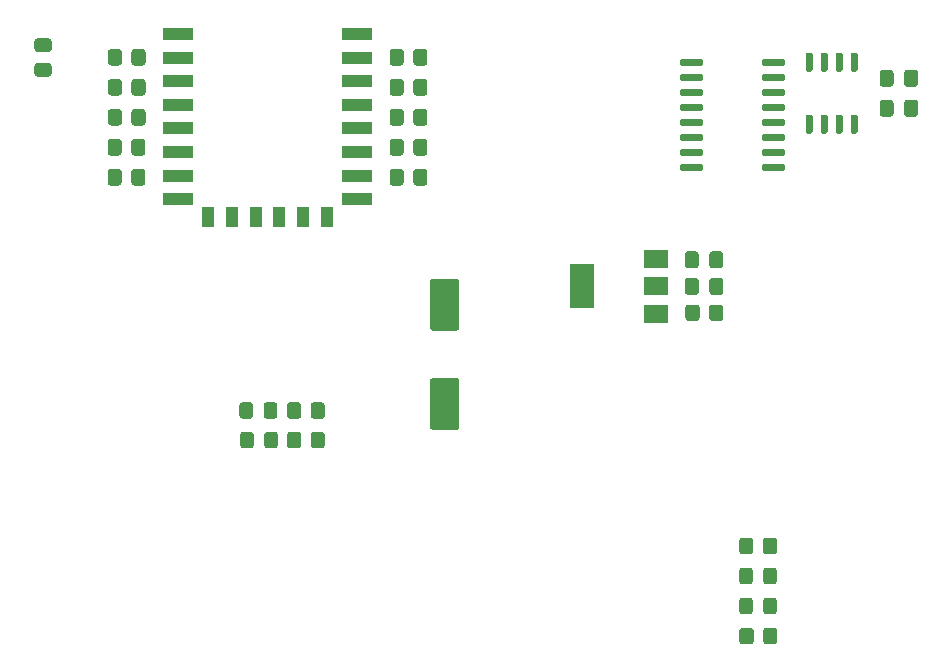
<source format=gbr>
%TF.GenerationSoftware,KiCad,Pcbnew,(5.1.10)-1*%
%TF.CreationDate,2021-05-24T15:00:52+02:00*%
%TF.ProjectId,LakeTemp,4c616b65-5465-46d7-902e-6b696361645f,v1.0*%
%TF.SameCoordinates,Original*%
%TF.FileFunction,Paste,Top*%
%TF.FilePolarity,Positive*%
%FSLAX46Y46*%
G04 Gerber Fmt 4.6, Leading zero omitted, Abs format (unit mm)*
G04 Created by KiCad (PCBNEW (5.1.10)-1) date 2021-05-24 15:00:52*
%MOMM*%
%LPD*%
G01*
G04 APERTURE LIST*
%ADD10R,2.000000X1.500000*%
%ADD11R,2.000000X3.800000*%
%ADD12R,2.500000X1.000000*%
%ADD13R,1.000000X1.800000*%
G04 APERTURE END LIST*
%TO.C,C6*%
G36*
G01*
X153510000Y-92000000D02*
X155510000Y-92000000D01*
G75*
G02*
X155760000Y-92250000I0J-250000D01*
G01*
X155760000Y-96150000D01*
G75*
G02*
X155510000Y-96400000I-250000J0D01*
G01*
X153510000Y-96400000D01*
G75*
G02*
X153260000Y-96150000I0J250000D01*
G01*
X153260000Y-92250000D01*
G75*
G02*
X153510000Y-92000000I250000J0D01*
G01*
G37*
G36*
G01*
X153510000Y-83600000D02*
X155510000Y-83600000D01*
G75*
G02*
X155760000Y-83850000I0J-250000D01*
G01*
X155760000Y-87750000D01*
G75*
G02*
X155510000Y-88000000I-250000J0D01*
G01*
X153510000Y-88000000D01*
G75*
G02*
X153260000Y-87750000I0J250000D01*
G01*
X153260000Y-83850000D01*
G75*
G02*
X153510000Y-83600000I250000J0D01*
G01*
G37*
%TD*%
%TO.C,R3*%
G36*
G01*
X181452000Y-106676001D02*
X181452000Y-105775999D01*
G75*
G02*
X181701999Y-105526000I249999J0D01*
G01*
X182402001Y-105526000D01*
G75*
G02*
X182652000Y-105775999I0J-249999D01*
G01*
X182652000Y-106676001D01*
G75*
G02*
X182402001Y-106926000I-249999J0D01*
G01*
X181701999Y-106926000D01*
G75*
G02*
X181452000Y-106676001I0J249999D01*
G01*
G37*
G36*
G01*
X179452000Y-106676001D02*
X179452000Y-105775999D01*
G75*
G02*
X179701999Y-105526000I249999J0D01*
G01*
X180402001Y-105526000D01*
G75*
G02*
X180652000Y-105775999I0J-249999D01*
G01*
X180652000Y-106676001D01*
G75*
G02*
X180402001Y-106926000I-249999J0D01*
G01*
X179701999Y-106926000D01*
G75*
G02*
X179452000Y-106676001I0J249999D01*
G01*
G37*
%TD*%
%TO.C,R4*%
G36*
G01*
X181468000Y-114296001D02*
X181468000Y-113395999D01*
G75*
G02*
X181717999Y-113146000I249999J0D01*
G01*
X182418001Y-113146000D01*
G75*
G02*
X182668000Y-113395999I0J-249999D01*
G01*
X182668000Y-114296001D01*
G75*
G02*
X182418001Y-114546000I-249999J0D01*
G01*
X181717999Y-114546000D01*
G75*
G02*
X181468000Y-114296001I0J249999D01*
G01*
G37*
G36*
G01*
X179468000Y-114296001D02*
X179468000Y-113395999D01*
G75*
G02*
X179717999Y-113146000I249999J0D01*
G01*
X180418001Y-113146000D01*
G75*
G02*
X180668000Y-113395999I0J-249999D01*
G01*
X180668000Y-114296001D01*
G75*
G02*
X180418001Y-114546000I-249999J0D01*
G01*
X179717999Y-114546000D01*
G75*
G02*
X179468000Y-114296001I0J249999D01*
G01*
G37*
%TD*%
%TO.C,U3*%
G36*
G01*
X176415000Y-74025000D02*
X176415000Y-74325000D01*
G75*
G02*
X176265000Y-74475000I-150000J0D01*
G01*
X174590000Y-74475000D01*
G75*
G02*
X174440000Y-74325000I0J150000D01*
G01*
X174440000Y-74025000D01*
G75*
G02*
X174590000Y-73875000I150000J0D01*
G01*
X176265000Y-73875000D01*
G75*
G02*
X176415000Y-74025000I0J-150000D01*
G01*
G37*
G36*
G01*
X176415000Y-72755000D02*
X176415000Y-73055000D01*
G75*
G02*
X176265000Y-73205000I-150000J0D01*
G01*
X174590000Y-73205000D01*
G75*
G02*
X174440000Y-73055000I0J150000D01*
G01*
X174440000Y-72755000D01*
G75*
G02*
X174590000Y-72605000I150000J0D01*
G01*
X176265000Y-72605000D01*
G75*
G02*
X176415000Y-72755000I0J-150000D01*
G01*
G37*
G36*
G01*
X176415000Y-71485000D02*
X176415000Y-71785000D01*
G75*
G02*
X176265000Y-71935000I-150000J0D01*
G01*
X174590000Y-71935000D01*
G75*
G02*
X174440000Y-71785000I0J150000D01*
G01*
X174440000Y-71485000D01*
G75*
G02*
X174590000Y-71335000I150000J0D01*
G01*
X176265000Y-71335000D01*
G75*
G02*
X176415000Y-71485000I0J-150000D01*
G01*
G37*
G36*
G01*
X176415000Y-70215000D02*
X176415000Y-70515000D01*
G75*
G02*
X176265000Y-70665000I-150000J0D01*
G01*
X174590000Y-70665000D01*
G75*
G02*
X174440000Y-70515000I0J150000D01*
G01*
X174440000Y-70215000D01*
G75*
G02*
X174590000Y-70065000I150000J0D01*
G01*
X176265000Y-70065000D01*
G75*
G02*
X176415000Y-70215000I0J-150000D01*
G01*
G37*
G36*
G01*
X176415000Y-68945000D02*
X176415000Y-69245000D01*
G75*
G02*
X176265000Y-69395000I-150000J0D01*
G01*
X174590000Y-69395000D01*
G75*
G02*
X174440000Y-69245000I0J150000D01*
G01*
X174440000Y-68945000D01*
G75*
G02*
X174590000Y-68795000I150000J0D01*
G01*
X176265000Y-68795000D01*
G75*
G02*
X176415000Y-68945000I0J-150000D01*
G01*
G37*
G36*
G01*
X176415000Y-67675000D02*
X176415000Y-67975000D01*
G75*
G02*
X176265000Y-68125000I-150000J0D01*
G01*
X174590000Y-68125000D01*
G75*
G02*
X174440000Y-67975000I0J150000D01*
G01*
X174440000Y-67675000D01*
G75*
G02*
X174590000Y-67525000I150000J0D01*
G01*
X176265000Y-67525000D01*
G75*
G02*
X176415000Y-67675000I0J-150000D01*
G01*
G37*
G36*
G01*
X176415000Y-66405000D02*
X176415000Y-66705000D01*
G75*
G02*
X176265000Y-66855000I-150000J0D01*
G01*
X174590000Y-66855000D01*
G75*
G02*
X174440000Y-66705000I0J150000D01*
G01*
X174440000Y-66405000D01*
G75*
G02*
X174590000Y-66255000I150000J0D01*
G01*
X176265000Y-66255000D01*
G75*
G02*
X176415000Y-66405000I0J-150000D01*
G01*
G37*
G36*
G01*
X176415000Y-65135000D02*
X176415000Y-65435000D01*
G75*
G02*
X176265000Y-65585000I-150000J0D01*
G01*
X174590000Y-65585000D01*
G75*
G02*
X174440000Y-65435000I0J150000D01*
G01*
X174440000Y-65135000D01*
G75*
G02*
X174590000Y-64985000I150000J0D01*
G01*
X176265000Y-64985000D01*
G75*
G02*
X176415000Y-65135000I0J-150000D01*
G01*
G37*
G36*
G01*
X183340000Y-65135000D02*
X183340000Y-65435000D01*
G75*
G02*
X183190000Y-65585000I-150000J0D01*
G01*
X181515000Y-65585000D01*
G75*
G02*
X181365000Y-65435000I0J150000D01*
G01*
X181365000Y-65135000D01*
G75*
G02*
X181515000Y-64985000I150000J0D01*
G01*
X183190000Y-64985000D01*
G75*
G02*
X183340000Y-65135000I0J-150000D01*
G01*
G37*
G36*
G01*
X183340000Y-66405000D02*
X183340000Y-66705000D01*
G75*
G02*
X183190000Y-66855000I-150000J0D01*
G01*
X181515000Y-66855000D01*
G75*
G02*
X181365000Y-66705000I0J150000D01*
G01*
X181365000Y-66405000D01*
G75*
G02*
X181515000Y-66255000I150000J0D01*
G01*
X183190000Y-66255000D01*
G75*
G02*
X183340000Y-66405000I0J-150000D01*
G01*
G37*
G36*
G01*
X183340000Y-67675000D02*
X183340000Y-67975000D01*
G75*
G02*
X183190000Y-68125000I-150000J0D01*
G01*
X181515000Y-68125000D01*
G75*
G02*
X181365000Y-67975000I0J150000D01*
G01*
X181365000Y-67675000D01*
G75*
G02*
X181515000Y-67525000I150000J0D01*
G01*
X183190000Y-67525000D01*
G75*
G02*
X183340000Y-67675000I0J-150000D01*
G01*
G37*
G36*
G01*
X183340000Y-68945000D02*
X183340000Y-69245000D01*
G75*
G02*
X183190000Y-69395000I-150000J0D01*
G01*
X181515000Y-69395000D01*
G75*
G02*
X181365000Y-69245000I0J150000D01*
G01*
X181365000Y-68945000D01*
G75*
G02*
X181515000Y-68795000I150000J0D01*
G01*
X183190000Y-68795000D01*
G75*
G02*
X183340000Y-68945000I0J-150000D01*
G01*
G37*
G36*
G01*
X183340000Y-70215000D02*
X183340000Y-70515000D01*
G75*
G02*
X183190000Y-70665000I-150000J0D01*
G01*
X181515000Y-70665000D01*
G75*
G02*
X181365000Y-70515000I0J150000D01*
G01*
X181365000Y-70215000D01*
G75*
G02*
X181515000Y-70065000I150000J0D01*
G01*
X183190000Y-70065000D01*
G75*
G02*
X183340000Y-70215000I0J-150000D01*
G01*
G37*
G36*
G01*
X183340000Y-71485000D02*
X183340000Y-71785000D01*
G75*
G02*
X183190000Y-71935000I-150000J0D01*
G01*
X181515000Y-71935000D01*
G75*
G02*
X181365000Y-71785000I0J150000D01*
G01*
X181365000Y-71485000D01*
G75*
G02*
X181515000Y-71335000I150000J0D01*
G01*
X183190000Y-71335000D01*
G75*
G02*
X183340000Y-71485000I0J-150000D01*
G01*
G37*
G36*
G01*
X183340000Y-72755000D02*
X183340000Y-73055000D01*
G75*
G02*
X183190000Y-73205000I-150000J0D01*
G01*
X181515000Y-73205000D01*
G75*
G02*
X181365000Y-73055000I0J150000D01*
G01*
X181365000Y-72755000D01*
G75*
G02*
X181515000Y-72605000I150000J0D01*
G01*
X183190000Y-72605000D01*
G75*
G02*
X183340000Y-72755000I0J-150000D01*
G01*
G37*
G36*
G01*
X183340000Y-74025000D02*
X183340000Y-74325000D01*
G75*
G02*
X183190000Y-74475000I-150000J0D01*
G01*
X181515000Y-74475000D01*
G75*
G02*
X181365000Y-74325000I0J150000D01*
G01*
X181365000Y-74025000D01*
G75*
G02*
X181515000Y-73875000I150000J0D01*
G01*
X183190000Y-73875000D01*
G75*
G02*
X183340000Y-74025000I0J-150000D01*
G01*
G37*
%TD*%
D10*
%TO.C,U1*%
X172410000Y-86550000D03*
X172410000Y-81950000D03*
X172410000Y-84250000D03*
D11*
X166110000Y-84250000D03*
%TD*%
%TO.C,R16*%
G36*
G01*
X127188000Y-64395999D02*
X127188000Y-65296001D01*
G75*
G02*
X126938001Y-65546000I-249999J0D01*
G01*
X126237999Y-65546000D01*
G75*
G02*
X125988000Y-65296001I0J249999D01*
G01*
X125988000Y-64395999D01*
G75*
G02*
X126237999Y-64146000I249999J0D01*
G01*
X126938001Y-64146000D01*
G75*
G02*
X127188000Y-64395999I0J-249999D01*
G01*
G37*
G36*
G01*
X129188000Y-64395999D02*
X129188000Y-65296001D01*
G75*
G02*
X128938001Y-65546000I-249999J0D01*
G01*
X128237999Y-65546000D01*
G75*
G02*
X127988000Y-65296001I0J249999D01*
G01*
X127988000Y-64395999D01*
G75*
G02*
X128237999Y-64146000I249999J0D01*
G01*
X128938001Y-64146000D01*
G75*
G02*
X129188000Y-64395999I0J-249999D01*
G01*
G37*
%TD*%
%TO.C,R15*%
G36*
G01*
X127972000Y-75456001D02*
X127972000Y-74555999D01*
G75*
G02*
X128221999Y-74306000I249999J0D01*
G01*
X128922001Y-74306000D01*
G75*
G02*
X129172000Y-74555999I0J-249999D01*
G01*
X129172000Y-75456001D01*
G75*
G02*
X128922001Y-75706000I-249999J0D01*
G01*
X128221999Y-75706000D01*
G75*
G02*
X127972000Y-75456001I0J249999D01*
G01*
G37*
G36*
G01*
X125972000Y-75456001D02*
X125972000Y-74555999D01*
G75*
G02*
X126221999Y-74306000I249999J0D01*
G01*
X126922001Y-74306000D01*
G75*
G02*
X127172000Y-74555999I0J-249999D01*
G01*
X127172000Y-75456001D01*
G75*
G02*
X126922001Y-75706000I-249999J0D01*
G01*
X126221999Y-75706000D01*
G75*
G02*
X125972000Y-75456001I0J249999D01*
G01*
G37*
%TD*%
%TO.C,R11*%
G36*
G01*
X176095000Y-86029999D02*
X176095000Y-86930001D01*
G75*
G02*
X175845001Y-87180000I-249999J0D01*
G01*
X175144999Y-87180000D01*
G75*
G02*
X174895000Y-86930001I0J249999D01*
G01*
X174895000Y-86029999D01*
G75*
G02*
X175144999Y-85780000I249999J0D01*
G01*
X175845001Y-85780000D01*
G75*
G02*
X176095000Y-86029999I0J-249999D01*
G01*
G37*
G36*
G01*
X178095000Y-86029999D02*
X178095000Y-86930001D01*
G75*
G02*
X177845001Y-87180000I-249999J0D01*
G01*
X177144999Y-87180000D01*
G75*
G02*
X176895000Y-86930001I0J249999D01*
G01*
X176895000Y-86029999D01*
G75*
G02*
X177144999Y-85780000I249999J0D01*
G01*
X177845001Y-85780000D01*
G75*
G02*
X178095000Y-86029999I0J-249999D01*
G01*
G37*
%TD*%
%TO.C,D4*%
G36*
G01*
X181493000Y-111756001D02*
X181493000Y-110855999D01*
G75*
G02*
X181742999Y-110606000I249999J0D01*
G01*
X182393001Y-110606000D01*
G75*
G02*
X182643000Y-110855999I0J-249999D01*
G01*
X182643000Y-111756001D01*
G75*
G02*
X182393001Y-112006000I-249999J0D01*
G01*
X181742999Y-112006000D01*
G75*
G02*
X181493000Y-111756001I0J249999D01*
G01*
G37*
G36*
G01*
X179443000Y-111756001D02*
X179443000Y-110855999D01*
G75*
G02*
X179692999Y-110606000I249999J0D01*
G01*
X180343001Y-110606000D01*
G75*
G02*
X180593000Y-110855999I0J-249999D01*
G01*
X180593000Y-111756001D01*
G75*
G02*
X180343001Y-112006000I-249999J0D01*
G01*
X179692999Y-112006000D01*
G75*
G02*
X179443000Y-111756001I0J249999D01*
G01*
G37*
%TD*%
%TO.C,D1*%
G36*
G01*
X139190000Y-95208001D02*
X139190000Y-94307999D01*
G75*
G02*
X139439999Y-94058000I249999J0D01*
G01*
X140090001Y-94058000D01*
G75*
G02*
X140340000Y-94307999I0J-249999D01*
G01*
X140340000Y-95208001D01*
G75*
G02*
X140090001Y-95458000I-249999J0D01*
G01*
X139439999Y-95458000D01*
G75*
G02*
X139190000Y-95208001I0J249999D01*
G01*
G37*
G36*
G01*
X137140000Y-95208001D02*
X137140000Y-94307999D01*
G75*
G02*
X137389999Y-94058000I249999J0D01*
G01*
X138040001Y-94058000D01*
G75*
G02*
X138290000Y-94307999I0J-249999D01*
G01*
X138290000Y-95208001D01*
G75*
G02*
X138040001Y-95458000I-249999J0D01*
G01*
X137389999Y-95458000D01*
G75*
G02*
X137140000Y-95208001I0J249999D01*
G01*
G37*
%TD*%
%TO.C,R13*%
G36*
G01*
X127172000Y-72015999D02*
X127172000Y-72916001D01*
G75*
G02*
X126922001Y-73166000I-249999J0D01*
G01*
X126221999Y-73166000D01*
G75*
G02*
X125972000Y-72916001I0J249999D01*
G01*
X125972000Y-72015999D01*
G75*
G02*
X126221999Y-71766000I249999J0D01*
G01*
X126922001Y-71766000D01*
G75*
G02*
X127172000Y-72015999I0J-249999D01*
G01*
G37*
G36*
G01*
X129172000Y-72015999D02*
X129172000Y-72916001D01*
G75*
G02*
X128922001Y-73166000I-249999J0D01*
G01*
X128221999Y-73166000D01*
G75*
G02*
X127972000Y-72916001I0J249999D01*
G01*
X127972000Y-72015999D01*
G75*
G02*
X128221999Y-71766000I249999J0D01*
G01*
X128922001Y-71766000D01*
G75*
G02*
X129172000Y-72015999I0J-249999D01*
G01*
G37*
%TD*%
%TO.C,R12*%
G36*
G01*
X151048000Y-74555999D02*
X151048000Y-75456001D01*
G75*
G02*
X150798001Y-75706000I-249999J0D01*
G01*
X150097999Y-75706000D01*
G75*
G02*
X149848000Y-75456001I0J249999D01*
G01*
X149848000Y-74555999D01*
G75*
G02*
X150097999Y-74306000I249999J0D01*
G01*
X150798001Y-74306000D01*
G75*
G02*
X151048000Y-74555999I0J-249999D01*
G01*
G37*
G36*
G01*
X153048000Y-74555999D02*
X153048000Y-75456001D01*
G75*
G02*
X152798001Y-75706000I-249999J0D01*
G01*
X152097999Y-75706000D01*
G75*
G02*
X151848000Y-75456001I0J249999D01*
G01*
X151848000Y-74555999D01*
G75*
G02*
X152097999Y-74306000I249999J0D01*
G01*
X152798001Y-74306000D01*
G75*
G02*
X153048000Y-74555999I0J-249999D01*
G01*
G37*
%TD*%
%TO.C,R10*%
G36*
G01*
X151848000Y-72916001D02*
X151848000Y-72015999D01*
G75*
G02*
X152097999Y-71766000I249999J0D01*
G01*
X152798001Y-71766000D01*
G75*
G02*
X153048000Y-72015999I0J-249999D01*
G01*
X153048000Y-72916001D01*
G75*
G02*
X152798001Y-73166000I-249999J0D01*
G01*
X152097999Y-73166000D01*
G75*
G02*
X151848000Y-72916001I0J249999D01*
G01*
G37*
G36*
G01*
X149848000Y-72916001D02*
X149848000Y-72015999D01*
G75*
G02*
X150097999Y-71766000I249999J0D01*
G01*
X150798001Y-71766000D01*
G75*
G02*
X151048000Y-72015999I0J-249999D01*
G01*
X151048000Y-72916001D01*
G75*
G02*
X150798001Y-73166000I-249999J0D01*
G01*
X150097999Y-73166000D01*
G75*
G02*
X149848000Y-72916001I0J249999D01*
G01*
G37*
%TD*%
%TO.C,R9*%
G36*
G01*
X151048000Y-64395999D02*
X151048000Y-65296001D01*
G75*
G02*
X150798001Y-65546000I-249999J0D01*
G01*
X150097999Y-65546000D01*
G75*
G02*
X149848000Y-65296001I0J249999D01*
G01*
X149848000Y-64395999D01*
G75*
G02*
X150097999Y-64146000I249999J0D01*
G01*
X150798001Y-64146000D01*
G75*
G02*
X151048000Y-64395999I0J-249999D01*
G01*
G37*
G36*
G01*
X153048000Y-64395999D02*
X153048000Y-65296001D01*
G75*
G02*
X152798001Y-65546000I-249999J0D01*
G01*
X152097999Y-65546000D01*
G75*
G02*
X151848000Y-65296001I0J249999D01*
G01*
X151848000Y-64395999D01*
G75*
G02*
X152097999Y-64146000I249999J0D01*
G01*
X152798001Y-64146000D01*
G75*
G02*
X153048000Y-64395999I0J-249999D01*
G01*
G37*
%TD*%
%TO.C,R8*%
G36*
G01*
X151048000Y-66935999D02*
X151048000Y-67836001D01*
G75*
G02*
X150798001Y-68086000I-249999J0D01*
G01*
X150097999Y-68086000D01*
G75*
G02*
X149848000Y-67836001I0J249999D01*
G01*
X149848000Y-66935999D01*
G75*
G02*
X150097999Y-66686000I249999J0D01*
G01*
X150798001Y-66686000D01*
G75*
G02*
X151048000Y-66935999I0J-249999D01*
G01*
G37*
G36*
G01*
X153048000Y-66935999D02*
X153048000Y-67836001D01*
G75*
G02*
X152798001Y-68086000I-249999J0D01*
G01*
X152097999Y-68086000D01*
G75*
G02*
X151848000Y-67836001I0J249999D01*
G01*
X151848000Y-66935999D01*
G75*
G02*
X152097999Y-66686000I249999J0D01*
G01*
X152798001Y-66686000D01*
G75*
G02*
X153048000Y-66935999I0J-249999D01*
G01*
G37*
%TD*%
%TO.C,R7*%
G36*
G01*
X151848000Y-70376001D02*
X151848000Y-69475999D01*
G75*
G02*
X152097999Y-69226000I249999J0D01*
G01*
X152798001Y-69226000D01*
G75*
G02*
X153048000Y-69475999I0J-249999D01*
G01*
X153048000Y-70376001D01*
G75*
G02*
X152798001Y-70626000I-249999J0D01*
G01*
X152097999Y-70626000D01*
G75*
G02*
X151848000Y-70376001I0J249999D01*
G01*
G37*
G36*
G01*
X149848000Y-70376001D02*
X149848000Y-69475999D01*
G75*
G02*
X150097999Y-69226000I249999J0D01*
G01*
X150798001Y-69226000D01*
G75*
G02*
X151048000Y-69475999I0J-249999D01*
G01*
X151048000Y-70376001D01*
G75*
G02*
X150798001Y-70626000I-249999J0D01*
G01*
X150097999Y-70626000D01*
G75*
G02*
X149848000Y-70376001I0J249999D01*
G01*
G37*
%TD*%
%TO.C,R6*%
G36*
G01*
X127188000Y-69475999D02*
X127188000Y-70376001D01*
G75*
G02*
X126938001Y-70626000I-249999J0D01*
G01*
X126237999Y-70626000D01*
G75*
G02*
X125988000Y-70376001I0J249999D01*
G01*
X125988000Y-69475999D01*
G75*
G02*
X126237999Y-69226000I249999J0D01*
G01*
X126938001Y-69226000D01*
G75*
G02*
X127188000Y-69475999I0J-249999D01*
G01*
G37*
G36*
G01*
X129188000Y-69475999D02*
X129188000Y-70376001D01*
G75*
G02*
X128938001Y-70626000I-249999J0D01*
G01*
X128237999Y-70626000D01*
G75*
G02*
X127988000Y-70376001I0J249999D01*
G01*
X127988000Y-69475999D01*
G75*
G02*
X128237999Y-69226000I249999J0D01*
G01*
X128938001Y-69226000D01*
G75*
G02*
X129188000Y-69475999I0J-249999D01*
G01*
G37*
%TD*%
%TO.C,R5*%
G36*
G01*
X127188000Y-66935999D02*
X127188000Y-67836001D01*
G75*
G02*
X126938001Y-68086000I-249999J0D01*
G01*
X126237999Y-68086000D01*
G75*
G02*
X125988000Y-67836001I0J249999D01*
G01*
X125988000Y-66935999D01*
G75*
G02*
X126237999Y-66686000I249999J0D01*
G01*
X126938001Y-66686000D01*
G75*
G02*
X127188000Y-66935999I0J-249999D01*
G01*
G37*
G36*
G01*
X129188000Y-66935999D02*
X129188000Y-67836001D01*
G75*
G02*
X128938001Y-68086000I-249999J0D01*
G01*
X128237999Y-68086000D01*
G75*
G02*
X127988000Y-67836001I0J249999D01*
G01*
X127988000Y-66935999D01*
G75*
G02*
X128237999Y-66686000I249999J0D01*
G01*
X128938001Y-66686000D01*
G75*
G02*
X129188000Y-66935999I0J-249999D01*
G01*
G37*
%TD*%
%TO.C,R1*%
G36*
G01*
X142365000Y-94307999D02*
X142365000Y-95208001D01*
G75*
G02*
X142115001Y-95458000I-249999J0D01*
G01*
X141414999Y-95458000D01*
G75*
G02*
X141165000Y-95208001I0J249999D01*
G01*
X141165000Y-94307999D01*
G75*
G02*
X141414999Y-94058000I249999J0D01*
G01*
X142115001Y-94058000D01*
G75*
G02*
X142365000Y-94307999I0J-249999D01*
G01*
G37*
G36*
G01*
X144365000Y-94307999D02*
X144365000Y-95208001D01*
G75*
G02*
X144115001Y-95458000I-249999J0D01*
G01*
X143414999Y-95458000D01*
G75*
G02*
X143165000Y-95208001I0J249999D01*
G01*
X143165000Y-94307999D01*
G75*
G02*
X143414999Y-94058000I249999J0D01*
G01*
X144115001Y-94058000D01*
G75*
G02*
X144365000Y-94307999I0J-249999D01*
G01*
G37*
%TD*%
%TO.C,D3*%
G36*
G01*
X181493000Y-109216001D02*
X181493000Y-108315999D01*
G75*
G02*
X181742999Y-108066000I249999J0D01*
G01*
X182393001Y-108066000D01*
G75*
G02*
X182643000Y-108315999I0J-249999D01*
G01*
X182643000Y-109216001D01*
G75*
G02*
X182393001Y-109466000I-249999J0D01*
G01*
X181742999Y-109466000D01*
G75*
G02*
X181493000Y-109216001I0J249999D01*
G01*
G37*
G36*
G01*
X179443000Y-109216001D02*
X179443000Y-108315999D01*
G75*
G02*
X179692999Y-108066000I249999J0D01*
G01*
X180343001Y-108066000D01*
G75*
G02*
X180593000Y-108315999I0J-249999D01*
G01*
X180593000Y-109216001D01*
G75*
G02*
X180343001Y-109466000I-249999J0D01*
G01*
X179692999Y-109466000D01*
G75*
G02*
X179443000Y-109216001I0J249999D01*
G01*
G37*
%TD*%
%TO.C,D2*%
G36*
G01*
X139240000Y-97708001D02*
X139240000Y-96807999D01*
G75*
G02*
X139489999Y-96558000I249999J0D01*
G01*
X140140001Y-96558000D01*
G75*
G02*
X140390000Y-96807999I0J-249999D01*
G01*
X140390000Y-97708001D01*
G75*
G02*
X140140001Y-97958000I-249999J0D01*
G01*
X139489999Y-97958000D01*
G75*
G02*
X139240000Y-97708001I0J249999D01*
G01*
G37*
G36*
G01*
X137190000Y-97708001D02*
X137190000Y-96807999D01*
G75*
G02*
X137439999Y-96558000I249999J0D01*
G01*
X138090001Y-96558000D01*
G75*
G02*
X138340000Y-96807999I0J-249999D01*
G01*
X138340000Y-97708001D01*
G75*
G02*
X138090001Y-97958000I-249999J0D01*
G01*
X137439999Y-97958000D01*
G75*
G02*
X137190000Y-97708001I0J249999D01*
G01*
G37*
%TD*%
%TO.C,C5*%
G36*
G01*
X120035000Y-65317500D02*
X120985000Y-65317500D01*
G75*
G02*
X121235000Y-65567500I0J-250000D01*
G01*
X121235000Y-66242500D01*
G75*
G02*
X120985000Y-66492500I-250000J0D01*
G01*
X120035000Y-66492500D01*
G75*
G02*
X119785000Y-66242500I0J250000D01*
G01*
X119785000Y-65567500D01*
G75*
G02*
X120035000Y-65317500I250000J0D01*
G01*
G37*
G36*
G01*
X120035000Y-63242500D02*
X120985000Y-63242500D01*
G75*
G02*
X121235000Y-63492500I0J-250000D01*
G01*
X121235000Y-64167500D01*
G75*
G02*
X120985000Y-64417500I-250000J0D01*
G01*
X120035000Y-64417500D01*
G75*
G02*
X119785000Y-64167500I0J250000D01*
G01*
X119785000Y-63492500D01*
G75*
G02*
X120035000Y-63242500I250000J0D01*
G01*
G37*
%TD*%
%TO.C,C4*%
G36*
G01*
X193415500Y-67099000D02*
X193415500Y-66149000D01*
G75*
G02*
X193665500Y-65899000I250000J0D01*
G01*
X194340500Y-65899000D01*
G75*
G02*
X194590500Y-66149000I0J-250000D01*
G01*
X194590500Y-67099000D01*
G75*
G02*
X194340500Y-67349000I-250000J0D01*
G01*
X193665500Y-67349000D01*
G75*
G02*
X193415500Y-67099000I0J250000D01*
G01*
G37*
G36*
G01*
X191340500Y-67099000D02*
X191340500Y-66149000D01*
G75*
G02*
X191590500Y-65899000I250000J0D01*
G01*
X192265500Y-65899000D01*
G75*
G02*
X192515500Y-66149000I0J-250000D01*
G01*
X192515500Y-67099000D01*
G75*
G02*
X192265500Y-67349000I-250000J0D01*
G01*
X191590500Y-67349000D01*
G75*
G02*
X191340500Y-67099000I0J250000D01*
G01*
G37*
%TD*%
%TO.C,C3*%
G36*
G01*
X193415500Y-69639000D02*
X193415500Y-68689000D01*
G75*
G02*
X193665500Y-68439000I250000J0D01*
G01*
X194340500Y-68439000D01*
G75*
G02*
X194590500Y-68689000I0J-250000D01*
G01*
X194590500Y-69639000D01*
G75*
G02*
X194340500Y-69889000I-250000J0D01*
G01*
X193665500Y-69889000D01*
G75*
G02*
X193415500Y-69639000I0J250000D01*
G01*
G37*
G36*
G01*
X191340500Y-69639000D02*
X191340500Y-68689000D01*
G75*
G02*
X191590500Y-68439000I250000J0D01*
G01*
X192265500Y-68439000D01*
G75*
G02*
X192515500Y-68689000I0J-250000D01*
G01*
X192515500Y-69639000D01*
G75*
G02*
X192265500Y-69889000I-250000J0D01*
G01*
X191590500Y-69889000D01*
G75*
G02*
X191340500Y-69639000I0J250000D01*
G01*
G37*
%TD*%
%TO.C,C2*%
G36*
G01*
X176922500Y-84725000D02*
X176922500Y-83775000D01*
G75*
G02*
X177172500Y-83525000I250000J0D01*
G01*
X177847500Y-83525000D01*
G75*
G02*
X178097500Y-83775000I0J-250000D01*
G01*
X178097500Y-84725000D01*
G75*
G02*
X177847500Y-84975000I-250000J0D01*
G01*
X177172500Y-84975000D01*
G75*
G02*
X176922500Y-84725000I0J250000D01*
G01*
G37*
G36*
G01*
X174847500Y-84725000D02*
X174847500Y-83775000D01*
G75*
G02*
X175097500Y-83525000I250000J0D01*
G01*
X175772500Y-83525000D01*
G75*
G02*
X176022500Y-83775000I0J-250000D01*
G01*
X176022500Y-84725000D01*
G75*
G02*
X175772500Y-84975000I-250000J0D01*
G01*
X175097500Y-84975000D01*
G75*
G02*
X174847500Y-84725000I0J250000D01*
G01*
G37*
%TD*%
%TO.C,C1*%
G36*
G01*
X176922500Y-82475000D02*
X176922500Y-81525000D01*
G75*
G02*
X177172500Y-81275000I250000J0D01*
G01*
X177847500Y-81275000D01*
G75*
G02*
X178097500Y-81525000I0J-250000D01*
G01*
X178097500Y-82475000D01*
G75*
G02*
X177847500Y-82725000I-250000J0D01*
G01*
X177172500Y-82725000D01*
G75*
G02*
X176922500Y-82475000I0J250000D01*
G01*
G37*
G36*
G01*
X174847500Y-82475000D02*
X174847500Y-81525000D01*
G75*
G02*
X175097500Y-81275000I250000J0D01*
G01*
X175772500Y-81275000D01*
G75*
G02*
X176022500Y-81525000I0J-250000D01*
G01*
X176022500Y-82475000D01*
G75*
G02*
X175772500Y-82725000I-250000J0D01*
G01*
X175097500Y-82725000D01*
G75*
G02*
X174847500Y-82475000I0J250000D01*
G01*
G37*
%TD*%
%TO.C,R2*%
G36*
G01*
X142365000Y-96807999D02*
X142365000Y-97708001D01*
G75*
G02*
X142115001Y-97958000I-249999J0D01*
G01*
X141414999Y-97958000D01*
G75*
G02*
X141165000Y-97708001I0J249999D01*
G01*
X141165000Y-96807999D01*
G75*
G02*
X141414999Y-96558000I249999J0D01*
G01*
X142115001Y-96558000D01*
G75*
G02*
X142365000Y-96807999I0J-249999D01*
G01*
G37*
G36*
G01*
X144365000Y-96807999D02*
X144365000Y-97708001D01*
G75*
G02*
X144115001Y-97958000I-249999J0D01*
G01*
X143414999Y-97958000D01*
G75*
G02*
X143165000Y-97708001I0J249999D01*
G01*
X143165000Y-96807999D01*
G75*
G02*
X143414999Y-96558000I249999J0D01*
G01*
X144115001Y-96558000D01*
G75*
G02*
X144365000Y-96807999I0J-249999D01*
G01*
G37*
%TD*%
%TO.C,U2*%
G36*
G01*
X185517000Y-66094000D02*
X185217000Y-66094000D01*
G75*
G02*
X185067000Y-65944000I0J150000D01*
G01*
X185067000Y-64594000D01*
G75*
G02*
X185217000Y-64444000I150000J0D01*
G01*
X185517000Y-64444000D01*
G75*
G02*
X185667000Y-64594000I0J-150000D01*
G01*
X185667000Y-65944000D01*
G75*
G02*
X185517000Y-66094000I-150000J0D01*
G01*
G37*
G36*
G01*
X186787000Y-66094000D02*
X186487000Y-66094000D01*
G75*
G02*
X186337000Y-65944000I0J150000D01*
G01*
X186337000Y-64594000D01*
G75*
G02*
X186487000Y-64444000I150000J0D01*
G01*
X186787000Y-64444000D01*
G75*
G02*
X186937000Y-64594000I0J-150000D01*
G01*
X186937000Y-65944000D01*
G75*
G02*
X186787000Y-66094000I-150000J0D01*
G01*
G37*
G36*
G01*
X188057000Y-66094000D02*
X187757000Y-66094000D01*
G75*
G02*
X187607000Y-65944000I0J150000D01*
G01*
X187607000Y-64594000D01*
G75*
G02*
X187757000Y-64444000I150000J0D01*
G01*
X188057000Y-64444000D01*
G75*
G02*
X188207000Y-64594000I0J-150000D01*
G01*
X188207000Y-65944000D01*
G75*
G02*
X188057000Y-66094000I-150000J0D01*
G01*
G37*
G36*
G01*
X189327000Y-66094000D02*
X189027000Y-66094000D01*
G75*
G02*
X188877000Y-65944000I0J150000D01*
G01*
X188877000Y-64594000D01*
G75*
G02*
X189027000Y-64444000I150000J0D01*
G01*
X189327000Y-64444000D01*
G75*
G02*
X189477000Y-64594000I0J-150000D01*
G01*
X189477000Y-65944000D01*
G75*
G02*
X189327000Y-66094000I-150000J0D01*
G01*
G37*
G36*
G01*
X189327000Y-71344000D02*
X189027000Y-71344000D01*
G75*
G02*
X188877000Y-71194000I0J150000D01*
G01*
X188877000Y-69844000D01*
G75*
G02*
X189027000Y-69694000I150000J0D01*
G01*
X189327000Y-69694000D01*
G75*
G02*
X189477000Y-69844000I0J-150000D01*
G01*
X189477000Y-71194000D01*
G75*
G02*
X189327000Y-71344000I-150000J0D01*
G01*
G37*
G36*
G01*
X188057000Y-71344000D02*
X187757000Y-71344000D01*
G75*
G02*
X187607000Y-71194000I0J150000D01*
G01*
X187607000Y-69844000D01*
G75*
G02*
X187757000Y-69694000I150000J0D01*
G01*
X188057000Y-69694000D01*
G75*
G02*
X188207000Y-69844000I0J-150000D01*
G01*
X188207000Y-71194000D01*
G75*
G02*
X188057000Y-71344000I-150000J0D01*
G01*
G37*
G36*
G01*
X186787000Y-71344000D02*
X186487000Y-71344000D01*
G75*
G02*
X186337000Y-71194000I0J150000D01*
G01*
X186337000Y-69844000D01*
G75*
G02*
X186487000Y-69694000I150000J0D01*
G01*
X186787000Y-69694000D01*
G75*
G02*
X186937000Y-69844000I0J-150000D01*
G01*
X186937000Y-71194000D01*
G75*
G02*
X186787000Y-71344000I-150000J0D01*
G01*
G37*
G36*
G01*
X185517000Y-71344000D02*
X185217000Y-71344000D01*
G75*
G02*
X185067000Y-71194000I0J150000D01*
G01*
X185067000Y-69844000D01*
G75*
G02*
X185217000Y-69694000I150000J0D01*
G01*
X185517000Y-69694000D01*
G75*
G02*
X185667000Y-69844000I0J-150000D01*
G01*
X185667000Y-71194000D01*
G75*
G02*
X185517000Y-71344000I-150000J0D01*
G01*
G37*
%TD*%
D12*
%TO.C,U4*%
X147110000Y-62870000D03*
X147110000Y-64870000D03*
X147110000Y-66870000D03*
X147110000Y-68870000D03*
X147110000Y-70870000D03*
X147110000Y-72870000D03*
X147110000Y-74870000D03*
X147110000Y-76870000D03*
D13*
X144510000Y-78370000D03*
X142510000Y-78370000D03*
X140510000Y-78370000D03*
X138510000Y-78370000D03*
X136510000Y-78370000D03*
X134510000Y-78370000D03*
D12*
X131910000Y-76870000D03*
X131910000Y-74870000D03*
X131910000Y-72870000D03*
X131910000Y-70870000D03*
X131910000Y-68870000D03*
X131910000Y-66870000D03*
X131910000Y-64870000D03*
X131910000Y-62870000D03*
%TD*%
M02*

</source>
